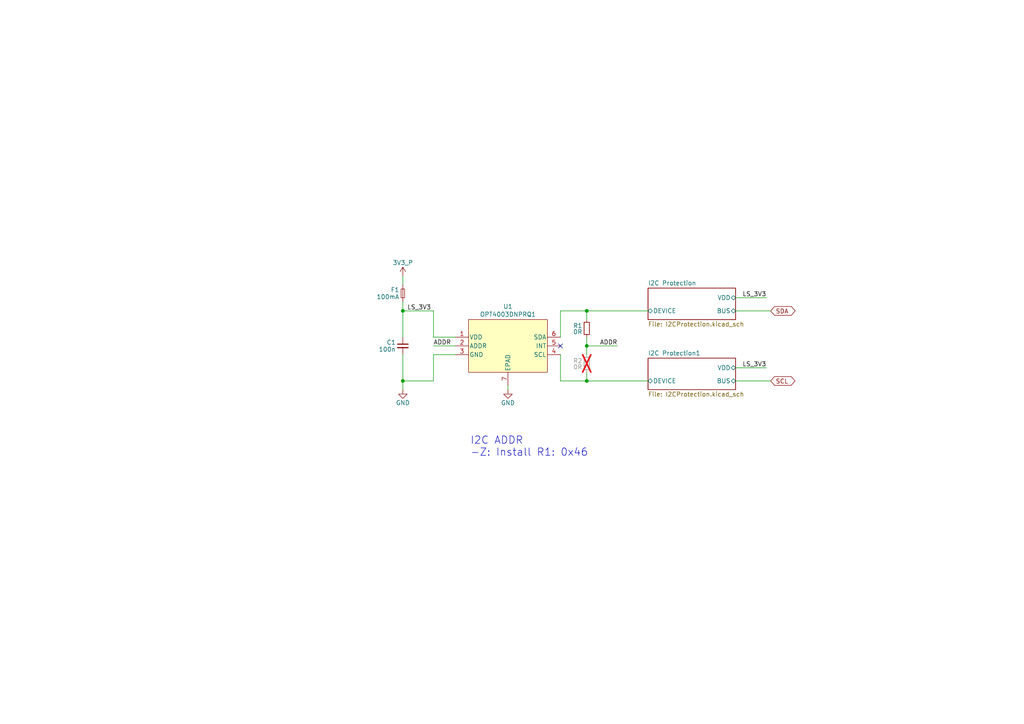
<source format=kicad_sch>
(kicad_sch (version 20250114) (generator "eeschema") (generator_version "9.0")
  (paper "A4")
  (title_block (title "Argus -Z Panel") (date "2026-02-09") (rev "Rev 6.0") (company "N. Khera") (comment 1 "V. Rajesh") (comment 2 "A. Sahay"))
  (lib_symbols
    (symbol "Argus-IC:OPT4003DNPRQ1" (pin_names (offset 0.254))
      (property "Reference" "U" (at 0 11.938 0))
      (property "Value" "OPT4003DNPRQ1" (at 0 9.398 0))
      (symbol "OPT4003DNPRQ1_1_1"
        (rectangle (start -11.43 7.62) (end 11.43 -7.62) (fill (type background)))
        (pin input line (at -15.24 2.54 0) (length 3.81) (name "VDD") (number "1"))
        (pin input line (at -15.24 0 0) (length 3.81) (name "ADDR") (number "2"))
        (pin power_in line (at -15.24 -2.54 0) (length 3.81) (name "GND") (number "3"))
        (pin power_out line (at 0 -11.43 90) (length 3.81) (name "EPAD") (number "7"))
        (pin bidirectional line (at 15.24 2.54 180) (length 3.81) (name "SDA") (number "6"))
        (pin bidirectional line (at 15.24 0 180) (length 3.81) (name "INT") (number "5"))
        (pin input line (at 15.24 -2.54 180) (length 3.81) (name "SCL") (number "4"))
      )
    )
    (symbol "Device:C_Small" (pin_numbers (hide yes)) (pin_names (offset 0.254) (hide yes))
      (property "Reference" "C" (at 0.254 1.778 0))
      (property "Value" "C_Small" (at 0.254 -2.032 0))
      (symbol "C_Small_0_1"
        (polyline (pts (xy -1.524 0.508) (xy 1.524 0.508)) (stroke (width 0.3048)))
        (polyline (pts (xy -1.524 -0.508) (xy 1.524 -0.508)) (stroke (width 0.3302)))
      )
      (symbol "C_Small_1_1"
        (pin passive line (at 0 2.54 270) (length 2.032) (name "~") (number "1"))
        (pin passive line (at 0 -2.54 90) (length 2.032) (name "~") (number "2"))
      )
    )
    (symbol "Device:Fuse_Small" (pin_numbers (hide yes)) (pin_names (offset 0.254) (hide yes))
      (property "Reference" "F" (at 0 -1.524 0))
      (property "Value" "Fuse_Small" (at 0 1.524 0))
      (symbol "Fuse_Small_0_1"
        (rectangle (start -1.27 0.508) (end 1.27 -0.508))
        (polyline (pts (xy -1.27 0) (xy 1.27 0)))
      )
      (symbol "Fuse_Small_1_1"
        (pin passive line (at -2.54 0 0) (length 1.27) (name "~") (number "1"))
        (pin passive line (at 2.54 0 180) (length 1.27) (name "~") (number "2"))
      )
    )
    (symbol "Device:R_Small" (pin_numbers (hide yes)) (pin_names (offset 0.254) (hide yes))
      (property "Reference" "R" (at 0.762 0.508 0))
      (property "Value" "R_Small" (at 0.762 -1.016 0))
      (symbol "R_Small_0_1"
        (rectangle (start -0.762 1.778) (end 0.762 -1.778) (stroke (width 0.2032)))
      )
      (symbol "R_Small_1_1"
        (pin passive line (at 0 2.54 270) (length 0.762) (name "~") (number "1"))
        (pin passive line (at 0 -2.54 90) (length 0.762) (name "~") (number "2"))
      )
    )
    (symbol "power:+3.3V" (power) (pin_numbers (hide yes)) (pin_names (offset 0) (hide yes))
      (property "Value" "+3.3V" (at 0 3.556 0))
      (symbol "+3.3V_0_1"
        (polyline (pts (xy -0.762 1.27) (xy 0 2.54)))
        (polyline (pts (xy 0 2.54) (xy 0.762 1.27)))
        (polyline (pts (xy 0 0) (xy 0 2.54)))
      )
      (symbol "+3.3V_1_1"
        (pin power_in line (at 0 0 90) (length 0) (name "~") (number "1"))
      )
    )
    (symbol "power:GND" (power) (pin_numbers (hide yes)) (pin_names (offset 0) (hide yes))
      (property "Value" "GND" (at 0 -3.81 0))
      (symbol "GND_0_1"
        (polyline (pts (xy 0 0) (xy 0 -1.27) (xy 1.27 -1.27) (xy 0 -2.54) (xy -1.27 -1.27) (xy 0 -1.27)))
      )
      (symbol "GND_1_1"
        (pin power_in line (at 0 0 270) (length 0) (name "~") (number "1"))
      )
    )
  )
  (text "I2C ADDR\n-Z: Install R1: 0x46" (at 136.398 132.588 0) (effects (font (size 2.159 2.159)) (justify left bottom)))
  (junction (at 170.18 90.17))
  (junction (at 116.84 90.17))
  (junction (at 170.18 100.33))
  (junction (at 116.84 110.49))
  (junction (at 170.18 110.49))
  (no_connect (at 162.56 100.33))
  (wire (pts (xy 170.18 90.17) (xy 170.18 92.71)))
  (wire (pts (xy 170.18 90.17) (xy 187.96 90.17)))
  (wire (pts (xy 116.84 102.87) (xy 116.84 110.49)))
  (wire (pts (xy 116.84 110.49) (xy 125.73 110.49)))
  (wire (pts (xy 116.84 113.03) (xy 116.84 110.49)))
  (wire (pts (xy 162.56 90.17) (xy 170.18 90.17)))
  (wire (pts (xy 125.73 97.79) (xy 125.73 90.17)))
  (wire (pts (xy 170.18 100.33) (xy 179.07 100.33)))
  (wire (pts (xy 170.18 107.95) (xy 170.18 110.49)))
  (wire (pts (xy 162.56 90.17) (xy 162.56 97.79)))
  (wire (pts (xy 213.36 86.36) (xy 222.25 86.36)))
  (wire (pts (xy 170.18 97.79) (xy 170.18 100.33)))
  (wire (pts (xy 223.52 110.49) (xy 213.36 110.49)))
  (wire (pts (xy 116.84 87.63) (xy 116.84 90.17)))
  (wire (pts (xy 116.84 90.17) (xy 125.73 90.17)))
  (wire (pts (xy 170.18 110.49) (xy 187.96 110.49)))
  (wire (pts (xy 162.56 102.87) (xy 162.56 110.49)))
  (wire (pts (xy 116.84 82.55) (xy 116.84 80.01)))
  (wire (pts (xy 147.32 113.03) (xy 147.32 111.76)))
  (wire (pts (xy 162.56 110.49) (xy 170.18 110.49)))
  (wire (pts (xy 125.73 102.87) (xy 132.08 102.87)))
  (wire (pts (xy 125.73 102.87) (xy 125.73 110.49)))
  (wire (pts (xy 116.84 90.17) (xy 116.84 97.79)))
  (wire (pts (xy 125.73 100.33) (xy 132.08 100.33)))
  (wire (pts (xy 213.36 106.68) (xy 222.25 106.68)))
  (wire (pts (xy 223.52 90.17) (xy 213.36 90.17)))
  (wire (pts (xy 170.18 100.33) (xy 170.18 102.87)))
  (wire (pts (xy 132.08 97.79) (xy 125.73 97.79)))
  (label "LS_3V3" (at 118.11 90.17 0))
  (label "LS_3V3" (at 222.25 106.68 180))
  (label "ADDR" (at 125.73 100.33 0))
  (label "LS_3V3" (at 222.25 86.36 180))
  (label "ADDR" (at 179.07 100.33 180))
  (global_label "SDA" (shape bidirectional) (at 223.52 90.17 0) (property "Intersheetrefs" "${INTERSHEET_REFS}" (effects (hide yes))))
  (global_label "SCL" (shape bidirectional) (at 223.52 110.49 0) (property "Intersheetrefs" "${INTERSHEET_REFS}" (effects (hide yes))))
  (symbol (lib_id "Device:R_Small") (at 170.18 105.41 0) (mirror x) (unit 1) (in_bom no) (dnp yes)
    (property "Reference" "R2" (at 168.91 104.648 0) (effects (justify right)))
    (property "Value" "0R" (at 168.91 106.426 0) (effects (justify right)))
    (property "Footprint" "Resistor_SMD:R_0603_1608Metric" (effects (hide yes)))
    (property "Description" "Resistor, small symbol" (effects (hide yes)))
  )
  (symbol (lib_id "power:GND") (at 147.32 113.03 0) (unit 1)
    (property "Reference" "#PWR024" (effects (hide yes)))
    (property "Value" "GND" (at 147.32 116.84 0))
    (property "Description" "Power symbol creates a global label with name \"GND\" , ground" (effects (hide yes)))
  )
  (symbol (lib_id "Device:C_Small") (at 116.84 100.33 0) (unit 1)
    (property "Reference" "C1" (at 114.808 99.314 0) (effects (justify right)))
    (property "Value" "100n" (at 114.808 101.346 0) (effects (justify right)))
    (property "Footprint" "Capacitor_SMD:C_0603_1608Metric" (effects (hide yes)))
    (property "Description" "Unpolarized capacitor, small symbol" (effects (hide yes)))
  )
  (symbol (lib_id "Device:R_Small") (at 170.18 95.25 0) (mirror x) (unit 1)
    (property "Reference" "R1" (at 168.91 94.488 0) (effects (justify right)))
    (property "Value" "0R" (at 168.91 96.266 0) (effects (justify right)))
    (property "Footprint" "Resistor_SMD:R_0603_1608Metric" (effects (hide yes)))
    (property "Description" "Resistor, small symbol" (effects (hide yes)))
  )
  (symbol (lib_id "Argus-IC:OPT4003DNPRQ1") (at 147.32 100.33 0) (unit 1)
    (property "Reference" "U1" (at 147.32 88.9 0))
    (property "Value" "OPT4003DNPRQ1" (at 147.32 91.186 0))
    (property "Footprint" "Argus-IC:OPT4003" (effects (hide yes)))
    (property "Datasheet" "OPT4003DNPRQ1" (effects (hide yes)))
  )
  (symbol (lib_id "Device:Fuse_Small") (at 116.84 85.09 270) (mirror x) (unit 1)
    (property "Reference" "F1" (at 115.824 84.074 90) (effects (justify right)))
    (property "Value" "100mA" (at 115.824 86.106 90) (effects (justify right)))
    (property "Footprint" "Fuse:Fuse_0603_1608Metric" (effects (hide yes)))
    (property "Description" "Fuse, small symbol" (effects (hide yes)))
  )
  (symbol (lib_id "power:+3.3V") (at 116.84 80.01 0) (unit 1)
    (property "Reference" "#PWR014" (effects (hide yes)))
    (property "Value" "3V3_P" (at 116.84 76.2 0))
    (property "Description" "Power symbol creates a global label with name \"+3.3V\"" (effects (hide yes)))
  )
  (symbol (lib_id "power:GND") (at 116.84 113.03 0) (unit 1)
    (property "Reference" "#PWR023" (effects (hide yes)))
    (property "Value" "GND" (at 116.84 116.84 0))
    (property "Description" "Power symbol creates a global label with name \"GND\" , ground" (effects (hide yes)))
  )
  (sheet (at 187.96 103.886) (size 25.4 9.144) (stroke (width 0.1524))
    (property "Sheetname" "I2C Protection1" (at 187.96 103.1744 0) (effects (justify left bottom)))
    (property "Sheetfile" "I2CProtection.kicad_sch" (at 187.96 113.6146 0) (effects (justify left top)))
    (pin "DEVICE" bidirectional (at 187.96 110.49 180))
    (pin "BUS" bidirectional (at 213.36 110.49 0))
    (pin "VDD" bidirectional (at 213.36 106.68 0))
  )
  (sheet (at 187.96 83.566) (size 25.4 9.144) (stroke (width 0.1524))
    (property "Sheetname" "I2C Protection" (at 187.96 82.8544 0) (effects (justify left bottom)))
    (property "Sheetfile" "I2CProtection.kicad_sch" (at 187.96 93.2946 0) (effects (justify left top)))
    (pin "DEVICE" bidirectional (at 187.96 90.17 180))
    (pin "BUS" bidirectional (at 213.36 90.17 0))
    (pin "VDD" bidirectional (at 213.36 86.36 0))
  )
)
</source>
